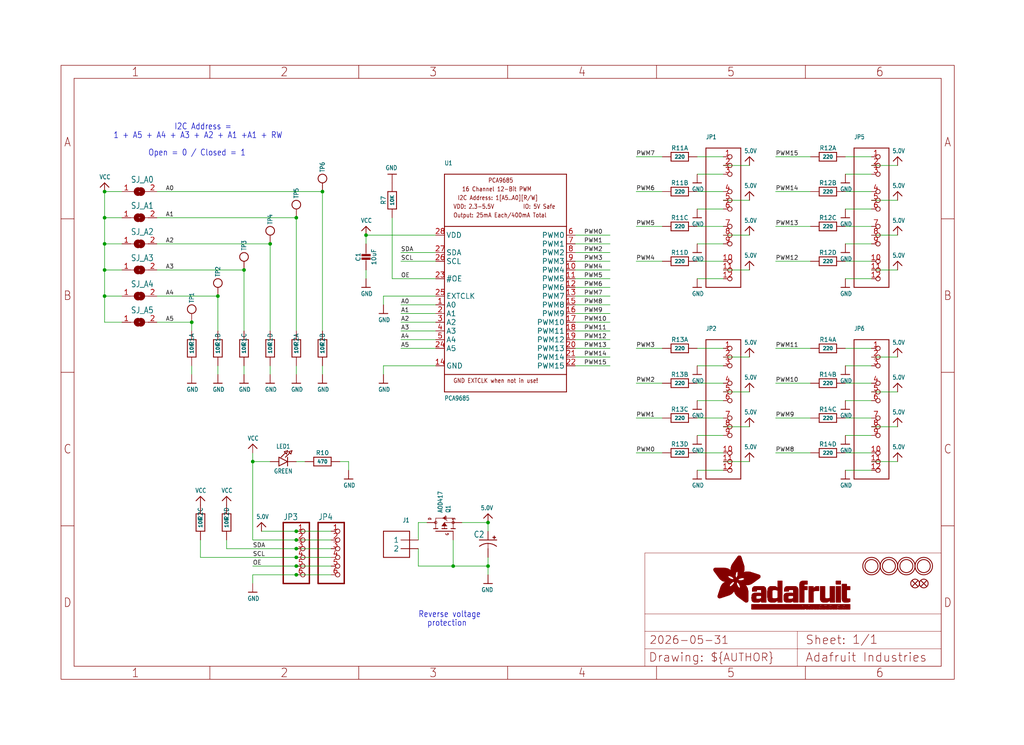
<source format=kicad_sch>
(kicad_sch (version 20250114) (generator "eeschema") (generator_version "9.0")
  (paper "User" 298.45 217.322)
  (lib_symbols
    (symbol "Adafruit PCA9685 rev C-eagle-import:5.0V" (power)
      (symbol "5.0V_1_0"
        (pin power_in line (at 0 -2.54 90) (length 2.54) (name "5.0V") (number "1"))
      )
    )
    (symbol "Adafruit PCA9685 rev C-eagle-import:CAP_CERAMIC0805-NOOUTLINE"
      (property "Reference" "C" (at -2.29 1.25 90))
      (symbol "CAP_CERAMIC0805-NOOUTLINE_1_0"
        (pin passive line (at 0 5.08 270) (length 2.54) (name "1") (number "1"))
        (pin passive line (at 0 -2.54 90) (length 2.54) (name "2") (number "2"))
      )
    )
    (symbol "Adafruit PCA9685 rev C-eagle-import:CPOL-USE3.5-8"
      (property "Reference" "C" (at 1.016 0.635 0))
      (symbol "CPOL-USE3.5-8_1_0"
        (pin passive line (at 0 2.54 270) (length 2.54) (name "+") (number "+"))
        (pin passive line (at 0 -5.08 90) (length 2.54) (name "-") (number "-"))
      )
    )
    (symbol "Adafruit PCA9685 rev C-eagle-import:FIDUCIAL{dblquote}{dblquote}")
    (symbol "Adafruit PCA9685 rev C-eagle-import:FRAME_A4_ADAFRUIT"
      (symbol "FRAME_A4_ADAFRUIT_1_0"
        (text "A" (at 1.905 156.6863 0) (effects (font (size 2.54 2.286))))
        (text "B" (at 1.905 111.9188 0) (effects (font (size 2.54 2.286))))
        (text "C" (at 1.905 67.1513 0) (effects (font (size 2.54 2.286))))
        (text "D" (at 1.905 22.3838 0) (effects (font (size 2.54 2.286))))
        (text "1" (at 21.6958 177.165 0) (effects (font (size 2.54 2.286))))
        (text "1" (at 21.6958 1.905 0) (effects (font (size 2.54 2.286))))
        (text "2" (at 65.0875 177.165 0) (effects (font (size 2.54 2.286))))
        (text "2" (at 65.0875 1.905 0) (effects (font (size 2.54 2.286))))
        (text "3" (at 108.4792 177.165 0) (effects (font (size 2.54 2.286))))
        (text "3" (at 108.4792 1.905 0) (effects (font (size 2.54 2.286))))
        (text "4" (at 151.8708 177.165 0) (effects (font (size 2.54 2.286))))
        (text "4" (at 151.8708 1.905 0) (effects (font (size 2.54 2.286))))
        (text "Drawing:" (at 171.196 4.953 0) (effects (font (size 2.54 2.54)) (justify left bottom)))
        (text "${PROJECTNAME}" (at 171.45 15.24 0) (effects (font (size 2.54 2.54)) (justify left bottom)))
        (text "${CURRENT_DATE}" (at 171.45 10.16 0) (effects (font (size 2.286 2.286)) (justify left bottom)))
        (text "${AUTHOR}" (at 189.23 5.08 0) (effects (font (size 2.286 2.286)) (justify left bottom)))
        (text "5" (at 195.2625 177.165 0) (effects (font (size 2.54 2.286))))
        (text "5" (at 195.2625 1.905 0) (effects (font (size 2.54 2.286))))
        (text "Sheet:" (at 216.916 10.033 0) (effects (font (size 2.54 2.54)) (justify left bottom)))
        (text "Adafruit Industries" (at 216.916 4.953 0) (effects (font (size 2.54 2.54)) (justify left bottom)))
        (text "${#}/${##}" (at 230.505 10.16 0) (effects (font (size 2.54 2.54)) (justify left bottom)))
        (text "6" (at 238.6542 177.165 0) (effects (font (size 2.54 2.286))))
        (text "6" (at 238.6542 1.905 0) (effects (font (size 2.54 2.286))))
        (text "A" (at 258.445 156.6863 0) (effects (font (size 2.54 2.286))))
        (text "B" (at 258.445 111.9188 0) (effects (font (size 2.54 2.286))))
        (text "C" (at 258.445 67.1513 0) (effects (font (size 2.54 2.286))))
        (text "D" (at 258.445 22.3838 0) (effects (font (size 2.54 2.286))))
      )
    )
    (symbol "Adafruit PCA9685 rev C-eagle-import:GND" (power)
      (symbol "GND_1_0"
        (pin power_in line (at 0 2.54 270) (length 2.54) (name "GND") (number "1"))
      )
    )
    (symbol "Adafruit PCA9685 rev C-eagle-import:HEADER-3X04"
      (property "Reference" "JP" (at -5.08 22.86 0))
      (symbol "HEADER-3X04_1_0"
        (pin passive inverted (at 0 17.78 0) (length 2.54) (name "1") (number "1"))
        (pin passive inverted (at 0 15.24 0) (length 2.54) (name "2") (number "2"))
        (pin passive inverted (at 0 12.7 0) (length 2.54) (name "3") (number "3"))
        (pin passive inverted (at 0 7.62 0) (length 2.54) (name "4") (number "4"))
        (pin passive inverted (at 0 5.08 0) (length 2.54) (name "5") (number "5"))
        (pin passive inverted (at 0 2.54 0) (length 2.54) (name "6") (number "6"))
        (pin passive inverted (at 0 -2.54 0) (length 2.54) (name "7") (number "7"))
        (pin passive inverted (at 0 -5.08 0) (length 2.54) (name "8") (number "8"))
        (pin passive inverted (at 0 -7.62 0) (length 2.54) (name "9") (number "9"))
        (pin passive inverted (at 0 -12.7 0) (length 2.54) (name "10") (number "10"))
        (pin passive inverted (at 0 -15.24 0) (length 2.54) (name "11") (number "11"))
        (pin passive inverted (at 0 -17.78 0) (length 2.54) (name "12") (number "12"))
      )
    )
    (symbol "Adafruit PCA9685 rev C-eagle-import:LED0805_NOOUTLINE"
      (property "Reference" "D" (at -1.27 4.445 0))
      (symbol "LED0805_NOOUTLINE_1_0"
        (pin passive line (at -5.08 0 0) (length 2.54) (name "A") (number "A"))
        (pin passive line (at 2.54 0 180) (length 2.54) (name "C") (number "C"))
      )
    )
    (symbol "Adafruit PCA9685 rev C-eagle-import:MOSFET-PTO252"
      (property "Reference" "Q" (at 2.794 0.381 0))
      (symbol "MOSFET-PTO252_1_0"
        (text "G" (at -3.81 1.27 0) (effects (font (size 0.8128 0.6908)) (justify left bottom)))
        (text "S" (at 0.635 3.175 0) (effects (font (size 0.8128 0.6908)) (justify left bottom)))
        (text "D" (at 0.635 -3.81 0) (effects (font (size 0.8128 0.6908)) (justify left bottom)))
        (pin passive line (at -5.08 2.54 0) (length 2.54) (name "G") (number "1"))
        (pin passive line (at 0 5.08 270) (length 2.54) (name "S") (number "2"))
        (pin passive line (at 0 -5.08 90) (length 2.54) (name "D") (number "3"))
      )
    )
    (symbol "Adafruit PCA9685 rev C-eagle-import:MOUNTINGHOLE2.5")
    (symbol "Adafruit PCA9685 rev C-eagle-import:PCA9685"
      (property "Reference" "U" (at -17.78 35.56 0))
      (symbol "PCA9685_1_0"
        (text "VDD: 2.3-5.5V" (at -15.24 22.86 0) (effects (font (size 1.27 1.0795)) (justify left bottom)))
        (text "Output: 25mA Each/400mA Total" (at -15.24 20.32 0) (effects (font (size 1.27 1.0795)) (justify left bottom)))
        (text "GND EXTCLK when not in use!" (at -15.24 -27.94 0) (effects (font (size 1.27 1.0795)) (justify left bottom)))
        (text "I2C Address: 1[A5..A0][R/W]" (at -13.97 25.4 0) (effects (font (size 1.27 1.0795)) (justify left bottom)))
        (text "16 Channel 12-Bit PWM" (at -12.7 27.94 0) (effects (font (size 1.27 1.0795)) (justify left bottom)))
        (text "PCA9685" (at -5.08 30.48 0) (effects (font (size 1.27 1.0795)) (justify left bottom)))
        (text "IO: 5V Safe" (at 5.08 22.86 0) (effects (font (size 1.27 1.0795)) (justify left bottom)))
        (pin power_in line (at -20.32 15.24 0) (length 2.54) (name "VDD") (number "28"))
        (pin bidirectional line (at -20.32 10.16 0) (length 2.54) (name "SDA") (number "27"))
        (pin bidirectional line (at -20.32 7.62 0) (length 2.54) (name "SCL") (number "26"))
        (pin input line (at -20.32 2.54 0) (length 2.54) (name "#OE") (number "23"))
        (pin input line (at -20.32 -2.54 0) (length 2.54) (name "EXTCLK") (number "25"))
        (pin bidirectional line (at -20.32 -5.08 0) (length 2.54) (name "A0") (number "1"))
        (pin bidirectional line (at -20.32 -7.62 0) (length 2.54) (name "A1") (number "2"))
        (pin bidirectional line (at -20.32 -10.16 0) (length 2.54) (name "A2") (number "3"))
        (pin bidirectional line (at -20.32 -12.7 0) (length 2.54) (name "A3") (number "4"))
        (pin bidirectional line (at -20.32 -15.24 0) (length 2.54) (name "A4") (number "5"))
        (pin bidirectional line (at -20.32 -17.78 0) (length 2.54) (name "A5") (number "24"))
        (pin power_in line (at -20.32 -22.86 0) (length 2.54) (name "GND") (number "14"))
        (pin output line (at 20.32 15.24 180) (length 2.54) (name "PWM0") (number "6"))
        (pin output line (at 20.32 12.7 180) (length 2.54) (name "PWM1") (number "7"))
        (pin output line (at 20.32 10.16 180) (length 2.54) (name "PWM2") (number "8"))
        (pin output line (at 20.32 7.62 180) (length 2.54) (name "PWM3") (number "9"))
        (pin output line (at 20.32 5.08 180) (length 2.54) (name "PWM4") (number "10"))
        (pin output line (at 20.32 2.54 180) (length 2.54) (name "PWM5") (number "11"))
        (pin output line (at 20.32 0 180) (length 2.54) (name "PWM6") (number "12"))
        (pin output line (at 20.32 -2.54 180) (length 2.54) (name "PWM7") (number "13"))
        (pin output line (at 20.32 -5.08 180) (length 2.54) (name "PWM8") (number "15"))
        (pin output line (at 20.32 -7.62 180) (length 2.54) (name "PWM9") (number "16"))
        (pin output line (at 20.32 -10.16 180) (length 2.54) (name "PWM10") (number "17"))
        (pin output line (at 20.32 -12.7 180) (length 2.54) (name "PWM11") (number "18"))
        (pin output line (at 20.32 -15.24 180) (length 2.54) (name "PWM12") (number "19"))
        (pin output line (at 20.32 -17.78 180) (length 2.54) (name "PWM13") (number "20"))
        (pin output line (at 20.32 -20.32 180) (length 2.54) (name "PWM14") (number "21"))
        (pin output line (at 20.32 -22.86 180) (length 2.54) (name "PWM15") (number "22"))
      )
    )
    (symbol "Adafruit PCA9685 rev C-eagle-import:PINHD-1X6CB"
      (property "Reference" "JP" (at -6.35 10.795 0))
      (symbol "PINHD-1X6CB_1_0"
        (pin passive inverted (at -2.54 7.62 0) (length 2.54) (name "1") (number "1"))
        (pin passive inverted (at -2.54 5.08 0) (length 2.54) (name "2") (number "2"))
        (pin passive inverted (at -2.54 2.54 0) (length 2.54) (name "3") (number "3"))
        (pin passive inverted (at -2.54 0 0) (length 2.54) (name "4") (number "4"))
        (pin passive inverted (at -2.54 -2.54 0) (length 2.54) (name "5") (number "5"))
        (pin passive inverted (at -2.54 -5.08 0) (length 2.54) (name "6") (number "6"))
      )
    )
    (symbol "Adafruit PCA9685 rev C-eagle-import:RESISTOR0805_NOOUTLINE"
      (property "Reference" "R" (at 0 2.54 0))
      (symbol "RESISTOR0805_NOOUTLINE_1_0"
        (pin passive line (at -5.08 0 0) (length 2.54) (name "1") (number "1"))
        (pin passive line (at 5.08 0 180) (length 2.54) (name "2") (number "2"))
      )
    )
    (symbol "Adafruit PCA9685 rev C-eagle-import:RESISTOR_0805MP"
      (property "Reference" "R" (at 0 2.54 0))
      (symbol "RESISTOR_0805MP_1_0"
        (pin passive line (at -5.08 0 0) (length 2.54) (name "1") (number "1"))
        (pin passive line (at 5.08 0 180) (length 2.54) (name "2") (number "2"))
      )
    )
    (symbol "Adafruit PCA9685 rev C-eagle-import:RESISTOR_4PACK"
      (property "Reference" "R" (at 0 2.54 0))
      (symbol "RESISTOR_4PACK_1_0"
        (pin passive line (at -5.08 0 0) (length 2.54) (name "1") (number "1"))
        (pin passive line (at 5.08 0 180) (length 2.54) (name "2") (number "8"))
      )
      (symbol "RESISTOR_4PACK_2_0"
        (pin passive line (at -5.08 0 0) (length 2.54) (name "1") (number "2"))
        (pin passive line (at 5.08 0 180) (length 2.54) (name "2") (number "7"))
      )
      (symbol "RESISTOR_4PACK_3_0"
        (pin passive line (at -5.08 0 0) (length 2.54) (name "1") (number "3"))
        (pin passive line (at 5.08 0 180) (length 2.54) (name "2") (number "6"))
      )
      (symbol "RESISTOR_4PACK_4_0"
        (pin passive line (at -5.08 0 0) (length 2.54) (name "1") (number "4"))
        (pin passive line (at 5.08 0 180) (length 2.54) (name "2") (number "5"))
      )
    )
    (symbol "Adafruit PCA9685 rev C-eagle-import:SOLDERJUMPERREFLOW_NOPASTE"
      (property "Reference" "SJ" (at -2.54 2.54 0))
      (symbol "SOLDERJUMPERREFLOW_NOPASTE_1_0"
        (pin passive line (at -5.08 0 0) (length 2.54) (name "1") (number "1"))
        (pin passive line (at 5.08 0 180) (length 2.54) (name "2") (number "2"))
      )
    )
    (symbol "Adafruit PCA9685 rev C-eagle-import:TERMBLOCK_1X2"
      (property "Reference" "X" (at -2.54 7.62 0))
      (symbol "TERMBLOCK_1X2_1_0"
        (pin passive line (at -5.08 2.54 0) (length 5.08) (name "1") (number "1"))
        (pin passive line (at -5.08 0 0) (length 5.08) (name "2") (number "2"))
      )
    )
    (symbol "Adafruit PCA9685 rev C-eagle-import:TESTPOINTROUND1MM"
      (property "Reference" "TP" (at 0 5.588 90))
      (symbol "TESTPOINTROUND1MM_1_0"
        (pin bidirectional line (at 0 0 90) (length 2.54) (name "P$1") (number "P$1"))
      )
    )
    (symbol "Adafruit PCA9685 rev C-eagle-import:VCC" (power)
      (symbol "VCC_1_0"
        (pin power_in line (at 0 -2.54 90) (length 2.54) (name "VCC") (number "1"))
      )
    )
  )
  (text "I2C Address =" (at 50.8 38.1 0) (effects (font (size 1.778 1.5113)) (justify left bottom)))
  (text "Open = 0 / Closed = 1" (at 43.18 45.72 0) (effects (font (size 1.778 1.5113)) (justify left bottom)))
  (text "1 + A5 + A4 + A3 + A2 + A1 +A1 + RW" (at 33.02 40.64 0) (effects (font (size 1.778 1.5113)) (justify left bottom)))
  (text "protection" (at 124.46 182.88 0) (effects (font (size 1.778 1.5113)) (justify left bottom)))
  (text "Reverse voltage" (at 121.92 180.34 0) (effects (font (size 1.778 1.5113)) (justify left bottom)))
  (junction (at 106.68 68.58))
  (junction (at 30.48 86.36))
  (junction (at 78.74 71.12))
  (junction (at 142.24 165.1))
  (junction (at 73.66 134.62))
  (junction (at 63.5 86.36))
  (junction (at 30.48 63.5))
  (junction (at 71.12 78.74))
  (junction (at 55.88 93.98))
  (junction (at 86.36 162.56))
  (junction (at 86.36 154.94))
  (junction (at 30.48 71.12))
  (junction (at 30.48 55.88))
  (junction (at 86.36 165.1))
  (junction (at 86.36 160.02))
  (junction (at 132.08 165.1))
  (junction (at 86.36 167.64))
  (junction (at 142.24 152.4))
  (junction (at 93.98 55.88))
  (junction (at 86.36 157.48))
  (junction (at 86.36 63.5))
  (junction (at 30.48 78.74))
  (wire (pts (xy 193.04 132.08) (xy 185.42 132.08)) (stroke (width 0.1524)))
  (wire (pts (xy 246.38 66.04) (xy 254 66.04)) (stroke (width 0.1524)))
  (wire (pts (xy 127 86.36) (xy 111.76 86.36)) (stroke (width 0.1524)))
  (wire (pts (xy 254 60.96) (xy 246.38 60.96)) (stroke (width 0.1524)))
  (wire (pts (xy 30.48 63.5) (xy 30.48 55.88)) (stroke (width 0.1524)))
  (wire (pts (xy 210.82 134.62) (xy 218.44 134.62)) (stroke (width 0.1524)))
  (wire (pts (xy 111.76 86.36) (xy 111.76 88.9)) (stroke (width 0.1524)))
  (wire (pts (xy 71.12 78.74) (xy 71.12 96.52)) (stroke (width 0.1524)))
  (wire (pts (xy 78.74 71.12) (xy 78.74 96.52)) (stroke (width 0.1524)))
  (wire (pts (xy 210.82 106.68) (xy 203.2 106.68)) (stroke (width 0.1524)))
  (wire (pts (xy 142.24 165.1) (xy 142.24 167.64)) (stroke (width 0.1524)))
  (wire (pts (xy 210.82 71.12) (xy 203.2 71.12)) (stroke (width 0.1524)))
  (wire (pts (xy 30.48 86.36) (xy 30.48 78.74)) (stroke (width 0.1524)))
  (wire (pts (xy 167.64 106.68) (xy 177.8 106.68)) (stroke (width 0.1524)))
  (wire (pts (xy 30.48 93.98) (xy 30.48 86.36)) (stroke (width 0.1524)))
  (wire (pts (xy 210.82 58.42) (xy 218.44 58.42)) (stroke (width 0.1524)))
  (wire (pts (xy 86.36 134.62) (xy 88.9 134.62)) (stroke (width 0.1524)))
  (wire (pts (xy 246.38 101.6) (xy 254 101.6)) (stroke (width 0.1524)))
  (wire (pts (xy 73.66 167.64) (xy 73.66 170.18)) (stroke (width 0.1524)))
  (wire (pts (xy 246.38 55.88) (xy 254 55.88)) (stroke (width 0.1524)))
  (wire (pts (xy 193.04 111.76) (xy 185.42 111.76)) (stroke (width 0.1524)))
  (wire (pts (xy 167.64 78.74) (xy 177.8 78.74)) (stroke (width 0.1524)))
  (wire (pts (xy 76.2 154.94) (xy 86.36 154.94)) (stroke (width 0.1524)))
  (wire (pts (xy 96.52 162.56) (xy 86.36 162.56)) (stroke (width 0.1524)))
  (wire (pts (xy 35.56 55.88) (xy 30.48 55.88)) (stroke (width 0.1524)))
  (wire (pts (xy 203.2 55.88) (xy 210.82 55.88)) (stroke (width 0.1524)))
  (wire (pts (xy 167.64 83.82) (xy 177.8 83.82)) (stroke (width 0.1524)))
  (wire (pts (xy 35.56 63.5) (xy 30.48 63.5)) (stroke (width 0.1524)))
  (wire (pts (xy 185.42 55.88) (xy 193.04 55.88)) (stroke (width 0.1524)))
  (wire (pts (xy 167.64 68.58) (xy 177.8 68.58)) (stroke (width 0.1524)))
  (wire (pts (xy 58.42 162.56) (xy 58.42 157.48)) (stroke (width 0.1524)))
  (wire (pts (xy 254 78.74) (xy 261.62 78.74)) (stroke (width 0.1524)))
  (wire (pts (xy 203.2 111.76) (xy 210.82 111.76)) (stroke (width 0.1524)))
  (wire (pts (xy 127 91.44) (xy 116.84 91.44)) (stroke (width 0.1524)))
  (wire (pts (xy 254 137.16) (xy 246.38 137.16)) (stroke (width 0.1524)))
  (wire (pts (xy 86.36 160.02) (xy 66.04 160.02)) (stroke (width 0.1524)))
  (wire (pts (xy 167.64 86.36) (xy 177.8 86.36)) (stroke (width 0.1524)))
  (wire (pts (xy 210.82 104.14) (xy 218.44 104.14)) (stroke (width 0.1524)))
  (wire (pts (xy 236.22 101.6) (xy 226.06 101.6)) (stroke (width 0.1524)))
  (wire (pts (xy 101.6 134.62) (xy 101.6 137.16)) (stroke (width 0.1524)))
  (wire (pts (xy 193.04 76.2) (xy 185.42 76.2)) (stroke (width 0.1524)))
  (wire (pts (xy 167.64 71.12) (xy 177.8 71.12)) (stroke (width 0.1524)))
  (wire (pts (xy 167.64 81.28) (xy 177.8 81.28)) (stroke (width 0.1524)))
  (wire (pts (xy 86.36 106.68) (xy 86.36 109.22)) (stroke (width 0.1524)))
  (wire (pts (xy 55.88 106.68) (xy 55.88 109.22)) (stroke (width 0.1524)))
  (wire (pts (xy 254 127) (xy 246.38 127)) (stroke (width 0.1524)))
  (wire (pts (xy 93.98 106.68) (xy 93.98 109.22)) (stroke (width 0.1524)))
  (wire (pts (xy 254 48.26) (xy 261.62 48.26)) (stroke (width 0.1524)))
  (wire (pts (xy 127 88.9) (xy 116.84 88.9)) (stroke (width 0.1524)))
  (wire (pts (xy 96.52 157.48) (xy 86.36 157.48)) (stroke (width 0.1524)))
  (wire (pts (xy 210.82 116.84) (xy 203.2 116.84)) (stroke (width 0.1524)))
  (wire (pts (xy 210.82 81.28) (xy 203.2 81.28)) (stroke (width 0.1524)))
  (wire (pts (xy 236.22 111.76) (xy 226.06 111.76)) (stroke (width 0.1524)))
  (wire (pts (xy 246.38 132.08) (xy 254 132.08)) (stroke (width 0.1524)))
  (wire (pts (xy 86.36 157.48) (xy 73.66 157.48)) (stroke (width 0.1524)))
  (wire (pts (xy 127 76.2) (xy 116.84 76.2)) (stroke (width 0.1524)))
  (wire (pts (xy 167.64 73.66) (xy 177.8 73.66)) (stroke (width 0.1524)))
  (wire (pts (xy 73.66 134.62) (xy 78.74 134.62)) (stroke (width 0.1524)))
  (wire (pts (xy 66.04 160.02) (xy 66.04 157.48)) (stroke (width 0.1524)))
  (wire (pts (xy 203.2 76.2) (xy 210.82 76.2)) (stroke (width 0.1524)))
  (wire (pts (xy 254 104.14) (xy 261.62 104.14)) (stroke (width 0.1524)))
  (wire (pts (xy 63.5 106.68) (xy 63.5 109.22)) (stroke (width 0.1524)))
  (wire (pts (xy 254 50.8) (xy 246.38 50.8)) (stroke (width 0.1524)))
  (wire (pts (xy 193.04 101.6) (xy 185.42 101.6)) (stroke (width 0.1524)))
  (wire (pts (xy 106.68 68.58) (xy 127 68.58)) (stroke (width 0.1524)))
  (wire (pts (xy 86.36 167.64) (xy 73.66 167.64)) (stroke (width 0.1524)))
  (wire (pts (xy 55.88 93.98) (xy 55.88 96.52)) (stroke (width 0.1524)))
  (wire (pts (xy 86.36 162.56) (xy 58.42 162.56)) (stroke (width 0.1524)))
  (wire (pts (xy 210.82 127) (xy 203.2 127)) (stroke (width 0.1524)))
  (wire (pts (xy 210.82 60.96) (xy 203.2 60.96)) (stroke (width 0.1524)))
  (wire (pts (xy 30.48 71.12) (xy 30.48 63.5)) (stroke (width 0.1524)))
  (wire (pts (xy 45.72 71.12) (xy 78.74 71.12)) (stroke (width 0.1524)))
  (wire (pts (xy 127 106.68) (xy 111.76 106.68)) (stroke (width 0.1524)))
  (wire (pts (xy 210.82 124.46) (xy 218.44 124.46)) (stroke (width 0.1524)))
  (wire (pts (xy 45.72 93.98) (xy 55.88 93.98)) (stroke (width 0.1524)))
  (wire (pts (xy 167.64 88.9) (xy 177.8 88.9)) (stroke (width 0.1524)))
  (wire (pts (xy 127 101.6) (xy 116.84 101.6)) (stroke (width 0.1524)))
  (wire (pts (xy 167.64 93.98) (xy 177.8 93.98)) (stroke (width 0.1524)))
  (wire (pts (xy 71.12 106.68) (xy 71.12 109.22)) (stroke (width 0.1524)))
  (wire (pts (xy 132.08 165.1) (xy 121.92 165.1)) (stroke (width 0.1524)))
  (wire (pts (xy 203.2 101.6) (xy 210.82 101.6)) (stroke (width 0.1524)))
  (wire (pts (xy 236.22 66.04) (xy 226.06 66.04)) (stroke (width 0.1524)))
  (wire (pts (xy 142.24 162.56) (xy 142.24 165.1)) (stroke (width 0.1524)))
  (wire (pts (xy 111.76 106.68) (xy 111.76 109.22)) (stroke (width 0.1524)))
  (wire (pts (xy 254 81.28) (xy 246.38 81.28)) (stroke (width 0.1524)))
  (wire (pts (xy 254 58.42) (xy 261.62 58.42)) (stroke (width 0.1524)))
  (wire (pts (xy 127 73.66) (xy 116.84 73.66)) (stroke (width 0.1524)))
  (wire (pts (xy 86.36 165.1) (xy 73.66 165.1)) (stroke (width 0.1524)))
  (wire (pts (xy 254 68.58) (xy 261.62 68.58)) (stroke (width 0.1524)))
  (wire (pts (xy 86.36 154.94) (xy 96.52 154.94)) (stroke (width 0.1524)))
  (wire (pts (xy 45.72 78.74) (xy 71.12 78.74)) (stroke (width 0.1524)))
  (wire (pts (xy 254 106.68) (xy 246.38 106.68)) (stroke (width 0.1524)))
  (wire (pts (xy 167.64 104.14) (xy 177.8 104.14)) (stroke (width 0.1524)))
  (wire (pts (xy 142.24 165.1) (xy 132.08 165.1)) (stroke (width 0.1524)))
  (wire (pts (xy 246.38 121.92) (xy 254 121.92)) (stroke (width 0.1524)))
  (wire (pts (xy 210.82 68.58) (xy 218.44 68.58)) (stroke (width 0.1524)))
  (wire (pts (xy 167.64 101.6) (xy 177.8 101.6)) (stroke (width 0.1524)))
  (wire (pts (xy 236.22 76.2) (xy 226.06 76.2)) (stroke (width 0.1524)))
  (wire (pts (xy 167.64 76.2) (xy 177.8 76.2)) (stroke (width 0.1524)))
  (wire (pts (xy 210.82 48.26) (xy 218.44 48.26)) (stroke (width 0.1524)))
  (wire (pts (xy 73.66 157.48) (xy 73.66 134.62)) (stroke (width 0.1524)))
  (wire (pts (xy 30.48 78.74) (xy 30.48 71.12)) (stroke (width 0.1524)))
  (wire (pts (xy 96.52 160.02) (xy 86.36 160.02)) (stroke (width 0.1524)))
  (wire (pts (xy 254 71.12) (xy 246.38 71.12)) (stroke (width 0.1524)))
  (wire (pts (xy 127 93.98) (xy 116.84 93.98)) (stroke (width 0.1524)))
  (wire (pts (xy 134.62 152.4) (xy 142.24 152.4)) (stroke (width 0.1524)))
  (wire (pts (xy 99.06 134.62) (xy 101.6 134.62)) (stroke (width 0.1524)))
  (wire (pts (xy 45.72 55.88) (xy 93.98 55.88)) (stroke (width 0.1524)))
  (wire (pts (xy 236.22 121.92) (xy 226.06 121.92)) (stroke (width 0.1524)))
  (wire (pts (xy 63.5 86.36) (xy 63.5 96.52)) (stroke (width 0.1524)))
  (wire (pts (xy 121.92 152.4) (xy 121.92 157.48)) (stroke (width 0.1524)))
  (wire (pts (xy 35.56 78.74) (xy 30.48 78.74)) (stroke (width 0.1524)))
  (wire (pts (xy 246.38 45.72) (xy 254 45.72)) (stroke (width 0.1524)))
  (wire (pts (xy 254 114.3) (xy 261.62 114.3)) (stroke (width 0.1524)))
  (wire (pts (xy 203.2 45.72) (xy 210.82 45.72)) (stroke (width 0.1524)))
  (wire (pts (xy 35.56 71.12) (xy 30.48 71.12)) (stroke (width 0.1524)))
  (wire (pts (xy 246.38 111.76) (xy 254 111.76)) (stroke (width 0.1524)))
  (wire (pts (xy 203.2 121.92) (xy 210.82 121.92)) (stroke (width 0.1524)))
  (wire (pts (xy 73.66 134.62) (xy 73.66 132.08)) (stroke (width 0.1524)))
  (wire (pts (xy 246.38 76.2) (xy 254 76.2)) (stroke (width 0.1524)))
  (wire (pts (xy 193.04 45.72) (xy 185.42 45.72)) (stroke (width 0.1524)))
  (wire (pts (xy 132.08 157.48) (xy 132.08 165.1)) (stroke (width 0.1524)))
  (wire (pts (xy 210.82 137.16) (xy 203.2 137.16)) (stroke (width 0.1524)))
  (wire (pts (xy 193.04 66.04) (xy 185.42 66.04)) (stroke (width 0.1524)))
  (wire (pts (xy 127 99.06) (xy 116.84 99.06)) (stroke (width 0.1524)))
  (wire (pts (xy 106.68 68.58) (xy 106.68 71.12)) (stroke (width 0.1524)))
  (wire (pts (xy 45.72 86.36) (xy 63.5 86.36)) (stroke (width 0.1524)))
  (wire (pts (xy 167.64 96.52) (xy 177.8 96.52)) (stroke (width 0.1524)))
  (wire (pts (xy 35.56 93.98) (xy 30.48 93.98)) (stroke (width 0.1524)))
  (wire (pts (xy 96.52 165.1) (xy 86.36 165.1)) (stroke (width 0.1524)))
  (wire (pts (xy 254 116.84) (xy 246.38 116.84)) (stroke (width 0.1524)))
  (wire (pts (xy 86.36 63.5) (xy 86.36 96.52)) (stroke (width 0.1524)))
  (wire (pts (xy 35.56 86.36) (xy 30.48 86.36)) (stroke (width 0.1524)))
  (wire (pts (xy 193.04 121.92) (xy 185.42 121.92)) (stroke (width 0.1524)))
  (wire (pts (xy 236.22 45.72) (xy 226.06 45.72)) (stroke (width 0.1524)))
  (wire (pts (xy 78.74 106.68) (xy 78.74 109.22)) (stroke (width 0.1524)))
  (wire (pts (xy 127 81.28) (xy 114.3 81.28)) (stroke (width 0.1524)))
  (wire (pts (xy 114.3 81.28) (xy 114.3 63.5)) (stroke (width 0.1524)))
  (wire (pts (xy 93.98 55.88) (xy 93.98 96.52)) (stroke (width 0.1524)))
  (wire (pts (xy 203.2 66.04) (xy 210.82 66.04)) (stroke (width 0.1524)))
  (wire (pts (xy 167.64 91.44) (xy 177.8 91.44)) (stroke (width 0.1524)))
  (wire (pts (xy 127 96.52) (xy 116.84 96.52)) (stroke (width 0.1524)))
  (wire (pts (xy 210.82 78.74) (xy 218.44 78.74)) (stroke (width 0.1524)))
  (wire (pts (xy 254 134.62) (xy 261.62 134.62)) (stroke (width 0.1524)))
  (wire (pts (xy 124.46 152.4) (xy 121.92 152.4)) (stroke (width 0.1524)))
  (wire (pts (xy 236.22 55.88) (xy 226.06 55.88)) (stroke (width 0.1524)))
  (wire (pts (xy 254 124.46) (xy 261.62 124.46)) (stroke (width 0.1524)))
  (wire (pts (xy 121.92 165.1) (xy 121.92 160.02)) (stroke (width 0.1524)))
  (wire (pts (xy 210.82 114.3) (xy 218.44 114.3)) (stroke (width 0.1524)))
  (wire (pts (xy 106.68 78.74) (xy 106.68 81.28)) (stroke (width 0.1524)))
  (wire (pts (xy 142.24 152.4) (xy 142.24 154.94)) (stroke (width 0.1524)))
  (wire (pts (xy 96.52 167.64) (xy 86.36 167.64)) (stroke (width 0.1524)))
  (wire (pts (xy 167.64 99.06) (xy 177.8 99.06)) (stroke (width 0.1524)))
  (wire (pts (xy 210.82 50.8) (xy 203.2 50.8)) (stroke (width 0.1524)))
  (wire (pts (xy 45.72 63.5) (xy 86.36 63.5)) (stroke (width 0.1524)))
  (wire (pts (xy 236.22 132.08) (xy 226.06 132.08)) (stroke (width 0.1524)))
  (wire (pts (xy 203.2 132.08) (xy 210.82 132.08)) (stroke (width 0.1524)))
  (label "A3" (at 48.26 78.74 0) (effects (font (size 1.2446 1.2446))))
  (label "PWM0" (at 185.42 132.08 0) (effects (font (size 1.2446 1.2446))))
  (label "PWM7" (at 185.42 45.72 0) (effects (font (size 1.2446 1.2446))))
  (label "A0" (at 116.84 88.9 0) (effects (font (size 1.2446 1.2446))))
  (label "A3" (at 116.84 96.52 0) (effects (font (size 1.2446 1.2446))))
  (label "PWM3" (at 170.18 76.2 0) (effects (font (size 1.2446 1.2446))))
  (label "PWM10" (at 226.06 111.76 0) (effects (font (size 1.2446 1.2446))))
  (label "PWM6" (at 170.18 83.82 0) (effects (font (size 1.2446 1.2446))))
  (label "SDA" (at 73.66 160.02 0) (effects (font (size 1.2446 1.2446))))
  (label "A2" (at 48.26 71.12 0) (effects (font (size 1.2446 1.2446))))
  (label "PWM2" (at 170.18 73.66 0) (effects (font (size 1.2446 1.2446))))
  (label "PWM4" (at 170.18 78.74 0) (effects (font (size 1.2446 1.2446))))
  (label "PWM0" (at 170.18 68.58 0) (effects (font (size 1.2446 1.2446))))
  (label "PWM10" (at 170.18 93.98 0) (effects (font (size 1.2446 1.2446))))
  (label "PWM15" (at 226.06 45.72 0) (effects (font (size 1.2446 1.2446))))
  (label "A0" (at 48.26 55.88 0) (effects (font (size 1.2446 1.2446))))
  (label "PWM5" (at 170.18 81.28 0) (effects (font (size 1.2446 1.2446))))
  (label "PWM11" (at 226.06 101.6 0) (effects (font (size 1.2446 1.2446))))
  (label "PWM5" (at 185.42 66.04 0) (effects (font (size 1.2446 1.2446))))
  (label "PWM15" (at 170.18 106.68 0) (effects (font (size 1.2446 1.2446))))
  (label "PWM3" (at 185.42 101.6 0) (effects (font (size 1.2446 1.2446))))
  (label "PWM13" (at 170.18 101.6 0) (effects (font (size 1.2446 1.2446))))
  (label "OE" (at 116.84 81.28 0) (effects (font (size 1.2446 1.2446))))
  (label "PWM8" (at 226.06 132.08 0) (effects (font (size 1.2446 1.2446))))
  (label "PWM6" (at 185.42 55.88 0) (effects (font (size 1.2446 1.2446))))
  (label "A5" (at 116.84 101.6 0) (effects (font (size 1.2446 1.2446))))
  (label "PWM14" (at 226.06 55.88 0) (effects (font (size 1.2446 1.2446))))
  (label "PWM11" (at 170.18 96.52 0) (effects (font (size 1.2446 1.2446))))
  (label "PWM7" (at 170.18 86.36 0) (effects (font (size 1.2446 1.2446))))
  (label "PWM12" (at 170.18 99.06 0) (effects (font (size 1.2446 1.2446))))
  (label "PWM1" (at 170.18 71.12 0) (effects (font (size 1.2446 1.2446))))
  (label "PWM12" (at 226.06 76.2 0) (effects (font (size 1.2446 1.2446))))
  (label "SCL" (at 116.84 76.2 0) (effects (font (size 1.2446 1.2446))))
  (label "PWM8" (at 170.18 88.9 0) (effects (font (size 1.2446 1.2446))))
  (label "A4" (at 48.26 86.36 0) (effects (font (size 1.2446 1.2446))))
  (label "A1" (at 116.84 91.44 0) (effects (font (size 1.2446 1.2446))))
  (label "A4" (at 116.84 99.06 0) (effects (font (size 1.2446 1.2446))))
  (label "PWM1" (at 185.42 121.92 0) (effects (font (size 1.2446 1.2446))))
  (label "SDA" (at 116.84 73.66 0) (effects (font (size 1.2446 1.2446))))
  (label "A2" (at 116.84 93.98 0) (effects (font (size 1.2446 1.2446))))
  (label "SCL" (at 73.66 162.56 0) (effects (font (size 1.2446 1.2446))))
  (label "A1" (at 48.26 63.5 0) (effects (font (size 1.2446 1.2446))))
  (label "PWM9" (at 170.18 91.44 0) (effects (font (size 1.2446 1.2446))))
  (label "PWM13" (at 226.06 66.04 0) (effects (font (size 1.2446 1.2446))))
  (label "PWM2" (at 185.42 111.76 0) (effects (font (size 1.2446 1.2446))))
  (label "PWM9" (at 226.06 121.92 0) (effects (font (size 1.2446 1.2446))))
  (label "A5" (at 48.26 93.98 0) (effects (font (size 1.2446 1.2446))))
  (label "PWM4" (at 185.42 76.2 0) (effects (font (size 1.2446 1.2446))))
  (label "PWM14" (at 170.18 104.14 0) (effects (font (size 1.2446 1.2446))))
  (label "OE" (at 73.66 165.1 0) (effects (font (size 1.2446 1.2446))))
  (symbol (lib_id "Adafruit PCA9685 rev C-eagle-import:HEADER-3X04") (at 210.82 119.38 0) (unit 1)
    (property "Reference" "JP2" (at 205.74 96.52 0) (effects (font (size 1.27 1.0795)) (justify left bottom)))
    (property "Value" "HEADER-3X04" (effects (hide yes)))
    (property "Footprint" "Adafruit PCA9685 rev C:3X04" (effects (hide yes)))
  )
  (symbol (lib_id "Adafruit PCA9685 rev C-eagle-import:FRAME_A4_ADAFRUIT") (at 17.78 198.12 0) (unit 1)
    (property "Reference" "#U$1" (effects (hide yes)))
    (property "Value" "FRAME_A4_ADAFRUIT" (effects (hide yes)))
  )
  (symbol (lib_id "Adafruit PCA9685 rev C-eagle-import:RESISTOR_4PACK") (at 241.3 121.92 0) (unit 3)
    (property "Reference" "R14" (at 241.3 119.38 0))
    (property "Value" "220" (at 241.3 121.92 0) (effects (font (size 1.016 1.016) (thickness 0.2032) (bold yes))))
    (property "Footprint" "Adafruit PCA9685 rev C:RESPACK_4X0603" (effects (hide yes)))
  )
  (symbol (lib_id "Adafruit PCA9685 rev C-eagle-import:RESISTOR_4PACK") (at 55.88 101.6 90) (unit 1)
    (property "Reference" "R1" (at 55.88 99.06 0))
    (property "Value" "10K" (at 55.88 101.6 0) (effects (font (size 1.016 1.016) (thickness 0.2032) (bold yes))))
    (property "Footprint" "Adafruit PCA9685 rev C:RESPACK_4X0603" (effects (hide yes)))
  )
  (symbol (lib_id "Adafruit PCA9685 rev C-eagle-import:5.0V") (at 218.44 101.6 0) (unit 1)
    (property "Reference" "#U$6" (effects (hide yes)))
    (property "Value" "5.0V" (at 216.916 100.584 0) (effects (font (size 1.27 1.0795)) (justify left bottom)))
  )
  (symbol (lib_id "Adafruit PCA9685 rev C-eagle-import:RESISTOR_4PACK") (at 198.12 132.08 0) (unit 4)
    (property "Reference" "R13" (at 198.12 129.54 0))
    (property "Value" "220" (at 198.12 132.08 0) (effects (font (size 1.016 1.016) (thickness 0.2032) (bold yes))))
    (property "Footprint" "Adafruit PCA9685 rev C:RESPACK_4X0603" (effects (hide yes)))
  )
  (symbol (lib_id "Adafruit PCA9685 rev C-eagle-import:GND") (at 111.76 91.44 0) (unit 1)
    (property "Reference" "#U$34" (effects (hide yes)))
    (property "Value" "GND" (at 110.236 93.98 0) (effects (font (size 1.27 1.0795)) (justify left bottom)))
  )
  (symbol (lib_id "Adafruit PCA9685 rev C-eagle-import:RESISTOR_4PACK") (at 63.5 101.6 90) (unit 2)
    (property "Reference" "R1" (at 63.5 99.06 0))
    (property "Value" "10K" (at 63.5 101.6 0) (effects (font (size 1.016 1.016) (thickness 0.2032) (bold yes))))
    (property "Footprint" "Adafruit PCA9685 rev C:RESPACK_4X0603" (effects (hide yes)))
  )
  (symbol (lib_id "Adafruit PCA9685 rev C-eagle-import:5.0V") (at 261.62 66.04 0) (unit 1)
    (property "Reference" "#U$12" (effects (hide yes)))
    (property "Value" "5.0V" (at 260.096 65.024 0) (effects (font (size 1.27 1.0795)) (justify left bottom)))
  )
  (symbol (lib_id "Adafruit PCA9685 rev C-eagle-import:5.0V") (at 218.44 55.88 0) (unit 1)
    (property "Reference" "#U$3" (effects (hide yes)))
    (property "Value" "5.0V" (at 216.916 54.864 0) (effects (font (size 1.27 1.0795)) (justify left bottom)))
  )
  (symbol (lib_id "Adafruit PCA9685 rev C-eagle-import:HEADER-3X04") (at 210.82 63.5 0) (unit 1)
    (property "Reference" "JP1" (at 205.74 40.64 0) (effects (font (size 1.27 1.0795)) (justify left bottom)))
    (property "Value" "HEADER-3X04" (effects (hide yes)))
    (property "Footprint" "Adafruit PCA9685 rev C:3X04" (effects (hide yes)))
  )
  (symbol (lib_id "Adafruit PCA9685 rev C-eagle-import:GND") (at 93.98 111.76 0) (unit 1)
    (property "Reference" "#U$41" (effects (hide yes)))
    (property "Value" "GND" (at 92.456 114.3 0) (effects (font (size 1.27 1.0795)) (justify left bottom)))
  )
  (symbol (lib_id "Adafruit PCA9685 rev C-eagle-import:HEADER-3X04") (at 254 119.38 0) (unit 1)
    (property "Reference" "JP6" (at 248.92 96.52 0) (effects (font (size 1.27 1.0795)) (justify left bottom)))
    (property "Value" "HEADER-3X04" (effects (hide yes)))
    (property "Footprint" "Adafruit PCA9685 rev C:3X04" (effects (hide yes)))
  )
  (symbol (lib_id "Adafruit PCA9685 rev C-eagle-import:GND") (at 246.38 129.54 0) (unit 1)
    (property "Reference" "#U$25" (effects (hide yes)))
    (property "Value" "GND" (at 244.856 132.08 0) (effects (font (size 1.27 1.0795)) (justify left bottom)))
  )
  (symbol (lib_id "Adafruit PCA9685 rev C-eagle-import:TESTPOINTROUND1MM") (at 63.5 86.36 0) (unit 1)
    (property "Reference" "TP2" (at 63.5 80.772 90) (effects (font (size 1.27 1.0795)) (justify left)))
    (property "Value" "TESTPOINTROUND1MM" (effects (hide yes)))
    (property "Footprint" "Adafruit PCA9685 rev C:TESTPOINT_ROUND_1MM" (effects (hide yes)))
  )
  (symbol (lib_id "Adafruit PCA9685 rev C-eagle-import:SOLDERJUMPERREFLOW_NOPASTE") (at 40.64 86.36 0) (unit 1)
    (property "Reference" "SJ_A4" (at 38.1 83.82 0) (effects (font (size 1.778 1.5113)) (justify left bottom)))
    (property "Value" "SOLDERJUMPERREFLOW_NOPASTE" (effects (hide yes)))
    (property "Footprint" "Adafruit PCA9685 rev C:SOLDERJUMPER_REFLOW_NOPASTE" (effects (hide yes)))
  )
  (symbol (lib_id "Adafruit PCA9685 rev C-eagle-import:GND") (at 203.2 73.66 0) (unit 1)
    (property "Reference" "#U$20" (effects (hide yes)))
    (property "Value" "GND" (at 201.676 76.2 0) (effects (font (size 1.27 1.0795)) (justify left bottom)))
  )
  (symbol (lib_id "Adafruit PCA9685 rev C-eagle-import:GND") (at 111.76 111.76 0) (unit 1)
    (property "Reference" "#U$35" (effects (hide yes)))
    (property "Value" "GND" (at 110.236 114.3 0) (effects (font (size 1.27 1.0795)) (justify left bottom)))
  )
  (symbol (lib_id "Adafruit PCA9685 rev C-eagle-import:RESISTOR_4PACK") (at 93.98 101.6 90) (unit 2)
    (property "Reference" "R2" (at 93.98 99.06 0))
    (property "Value" "10K" (at 93.98 101.6 0) (effects (font (size 1.016 1.016) (thickness 0.2032) (bold yes))))
    (property "Footprint" "Adafruit PCA9685 rev C:RESPACK_4X0603" (effects (hide yes)))
  )
  (symbol (lib_id "Adafruit PCA9685 rev C-eagle-import:GND") (at 71.12 111.76 0) (unit 1)
    (property "Reference" "#U$38" (effects (hide yes)))
    (property "Value" "GND" (at 69.596 114.3 0) (effects (font (size 1.27 1.0795)) (justify left bottom)))
  )
  (symbol (lib_id "Adafruit PCA9685 rev C-eagle-import:RESISTOR_4PACK") (at 198.12 45.72 0) (unit 1)
    (property "Reference" "R11" (at 198.12 43.18 0))
    (property "Value" "220" (at 198.12 45.72 0) (effects (font (size 1.016 1.016) (thickness 0.2032) (bold yes))))
    (property "Footprint" "Adafruit PCA9685 rev C:RESPACK_4X0603" (effects (hide yes)))
  )
  (symbol (lib_id "Adafruit PCA9685 rev C-eagle-import:MOUNTINGHOLE2.5") (at 254 165.1 0) (unit 1)
    (property "Reference" "U$50" (effects (hide yes)))
    (property "Value" "MOUNTINGHOLE2.5" (effects (hide yes)))
    (property "Footprint" "Adafruit PCA9685 rev C:MOUNTINGHOLE_2.5_PLATED" (effects (hide yes)))
  )
  (symbol (lib_id "Adafruit PCA9685 rev C-eagle-import:VCC") (at 66.04 144.78 0) (unit 1)
    (property "Reference" "#P+10" (effects (hide yes)))
    (property "Value" "VCC" (at 64.516 143.764 0) (effects (font (size 1.27 1.0795)) (justify left bottom)))
  )
  (symbol (lib_id "Adafruit PCA9685 rev C-eagle-import:RESISTOR_4PACK") (at 198.12 101.6 0) (unit 1)
    (property "Reference" "R13" (at 198.12 99.06 0))
    (property "Value" "220" (at 198.12 101.6 0) (effects (font (size 1.016 1.016) (thickness 0.2032) (bold yes))))
    (property "Footprint" "Adafruit PCA9685 rev C:RESPACK_4X0603" (effects (hide yes)))
  )
  (symbol (lib_id "Adafruit PCA9685 rev C-eagle-import:5.0V") (at 218.44 45.72 0) (unit 1)
    (property "Reference" "#U$2" (effects (hide yes)))
    (property "Value" "5.0V" (at 216.916 44.704 0) (effects (font (size 1.27 1.0795)) (justify left bottom)))
  )
  (symbol (lib_id "Adafruit PCA9685 rev C-eagle-import:GND") (at 246.38 83.82 0) (unit 1)
    (property "Reference" "#U$28" (effects (hide yes)))
    (property "Value" "GND" (at 244.856 86.36 0) (effects (font (size 1.27 1.0795)) (justify left bottom)))
  )
  (symbol (lib_id "Adafruit PCA9685 rev C-eagle-import:GND") (at 114.3 50.8 180) (unit 1)
    (property "Reference" "#U$52" (effects (hide yes)))
    (property "Value" "GND" (at 115.824 48.26 0) (effects (font (size 1.27 1.0795)) (justify left bottom)))
  )
  (symbol (lib_id "Adafruit PCA9685 rev C-eagle-import:GND") (at 246.38 119.38 0) (unit 1)
    (property "Reference" "#U$26" (effects (hide yes)))
    (property "Value" "GND" (at 244.856 121.92 0) (effects (font (size 1.27 1.0795)) (justify left bottom)))
  )
  (symbol (lib_id "Adafruit PCA9685 rev C-eagle-import:5.0V") (at 261.62 132.08 0) (unit 1)
    (property "Reference" "#U$17" (effects (hide yes)))
    (property "Value" "5.0V" (at 260.096 131.064 0) (effects (font (size 1.27 1.0795)) (justify left bottom)))
  )
  (symbol (lib_id "Adafruit PCA9685 rev C-eagle-import:VCC") (at 58.42 144.78 0) (unit 1)
    (property "Reference" "#P+11" (effects (hide yes)))
    (property "Value" "VCC" (at 56.896 143.764 0) (effects (font (size 1.27 1.0795)) (justify left bottom)))
  )
  (symbol (lib_id "Adafruit PCA9685 rev C-eagle-import:GND") (at 246.38 73.66 0) (unit 1)
    (property "Reference" "#U$29" (effects (hide yes)))
    (property "Value" "GND" (at 244.856 76.2 0) (effects (font (size 1.27 1.0795)) (justify left bottom)))
  )
  (symbol (lib_id "Adafruit PCA9685 rev C-eagle-import:PINHD-1X6CB") (at 99.06 162.56 0) (unit 1)
    (property "Reference" "JP4" (at 92.71 151.765 0) (effects (font (size 1.778 1.5113)) (justify left bottom)))
    (property "Value" "PINHD-1X6CB" (effects (hide yes)))
    (property "Footprint" "Adafruit PCA9685 rev C:1X06-CLEANBIG" (effects (hide yes)))
  )
  (symbol (lib_id "Adafruit PCA9685 rev C-eagle-import:RESISTOR_4PACK") (at 78.74 101.6 90) (unit 4)
    (property "Reference" "R1" (at 78.74 99.06 0))
    (property "Value" "10K" (at 78.74 101.6 0) (effects (font (size 1.016 1.016) (thickness 0.2032) (bold yes))))
    (property "Footprint" "Adafruit PCA9685 rev C:RESPACK_4X0603" (effects (hide yes)))
  )
  (symbol (lib_id "Adafruit PCA9685 rev C-eagle-import:GND") (at 203.2 129.54 0) (unit 1)
    (property "Reference" "#U$24" (effects (hide yes)))
    (property "Value" "GND" (at 201.676 132.08 0) (effects (font (size 1.27 1.0795)) (justify left bottom)))
  )
  (symbol (lib_id "Adafruit PCA9685 rev C-eagle-import:GND") (at 246.38 139.7 0) (unit 1)
    (property "Reference" "#U$33" (effects (hide yes)))
    (property "Value" "GND" (at 244.856 142.24 0) (effects (font (size 1.27 1.0795)) (justify left bottom)))
  )
  (symbol (lib_id "Adafruit PCA9685 rev C-eagle-import:5.0V") (at 142.24 149.86 0) (mirror y) (unit 1)
    (property "Reference" "#U$45" (effects (hide yes)))
    (property "Value" "5.0V" (at 143.764 148.844 0) (effects (font (size 1.27 1.0795)) (justify left bottom)))
  )
  (symbol (lib_id "Adafruit PCA9685 rev C-eagle-import:TESTPOINTROUND1MM") (at 93.98 55.88 0) (unit 1)
    (property "Reference" "TP6" (at 93.98 50.292 90) (effects (font (size 1.27 1.0795)) (justify left)))
    (property "Value" "TESTPOINTROUND1MM" (effects (hide yes)))
    (property "Footprint" "Adafruit PCA9685 rev C:TESTPOINT_ROUND_1MM" (effects (hide yes)))
  )
  (symbol (lib_id "Adafruit PCA9685 rev C-eagle-import:5.0V") (at 261.62 76.2 0) (unit 1)
    (property "Reference" "#U$13" (effects (hide yes)))
    (property "Value" "5.0V" (at 260.096 75.184 0) (effects (font (size 1.27 1.0795)) (justify left bottom)))
  )
  (symbol (lib_id "Adafruit PCA9685 rev C-eagle-import:MOUNTINGHOLE2.5") (at 264.16 165.1 0) (unit 1)
    (property "Reference" "U$48" (effects (hide yes)))
    (property "Value" "MOUNTINGHOLE2.5" (effects (hide yes)))
    (property "Footprint" "Adafruit PCA9685 rev C:MOUNTINGHOLE_2.5_PLATED" (effects (hide yes)))
  )
  (symbol (lib_id "Adafruit PCA9685 rev C-eagle-import:5.0V") (at 261.62 111.76 0) (unit 1)
    (property "Reference" "#U$15" (effects (hide yes)))
    (property "Value" "5.0V" (at 260.096 110.744 0) (effects (font (size 1.27 1.0795)) (justify left bottom)))
  )
  (symbol (lib_id "Adafruit PCA9685 rev C-eagle-import:VCC") (at 30.48 53.34 0) (unit 1)
    (property "Reference" "#P+6" (effects (hide yes)))
    (property "Value" "VCC" (at 28.956 52.324 0) (effects (font (size 1.27 1.0795)) (justify left bottom)))
  )
  (symbol (lib_id "Adafruit PCA9685 rev C-eagle-import:GND") (at 246.38 53.34 0) (unit 1)
    (property "Reference" "#U$31" (effects (hide yes)))
    (property "Value" "GND" (at 244.856 55.88 0) (effects (font (size 1.27 1.0795)) (justify left bottom)))
  )
  (symbol (lib_id "Adafruit PCA9685 rev C-eagle-import:HEADER-3X04") (at 254 63.5 0) (unit 1)
    (property "Reference" "JP5" (at 248.92 40.64 0) (effects (font (size 1.27 1.0795)) (justify left bottom)))
    (property "Value" "HEADER-3X04" (effects (hide yes)))
    (property "Footprint" "Adafruit PCA9685 rev C:3X04" (effects (hide yes)))
  )
  (symbol (lib_id "Adafruit PCA9685 rev C-eagle-import:RESISTOR_4PACK") (at 86.36 101.6 90) (unit 1)
    (property "Reference" "R2" (at 86.36 99.06 0))
    (property "Value" "10K" (at 86.36 101.6 0) (effects (font (size 1.016 1.016) (thickness 0.2032) (bold yes))))
    (property "Footprint" "Adafruit PCA9685 rev C:RESPACK_4X0603" (effects (hide yes)))
  )
  (symbol (lib_id "Adafruit PCA9685 rev C-eagle-import:RESISTOR_4PACK") (at 241.3 132.08 0) (unit 4)
    (property "Reference" "R14" (at 241.3 129.54 0))
    (property "Value" "220" (at 241.3 132.08 0) (effects (font (size 1.016 1.016) (thickness 0.2032) (bold yes))))
    (property "Footprint" "Adafruit PCA9685 rev C:RESPACK_4X0603" (effects (hide yes)))
  )
  (symbol (lib_id "Adafruit PCA9685 rev C-eagle-import:RESISTOR_4PACK") (at 66.04 152.4 90) (unit 4)
    (property "Reference" "R2" (at 66.04 149.86 0))
    (property "Value" "10K" (at 66.04 152.4 0) (effects (font (size 1.016 1.016) (thickness 0.2032) (bold yes))))
    (property "Footprint" "Adafruit PCA9685 rev C:RESPACK_4X0603" (effects (hide yes)))
  )
  (symbol (lib_id "Adafruit PCA9685 rev C-eagle-import:CPOL-USE3.5-8") (at 142.24 157.48 0) (mirror y) (unit 1)
    (property "Reference" "C2" (at 141.224 156.845 0) (effects (font (size 1.778 1.5113)) (justify left bottom)))
    (property "Value" "CPOL-USE3.5-8" (effects (hide yes)))
    (property "Footprint" "Adafruit PCA9685 rev C:E3,5-8" (effects (hide yes)))
  )
  (symbol (lib_id "Adafruit PCA9685 rev C-eagle-import:GND") (at 86.36 111.76 0) (unit 1)
    (property "Reference" "#U$40" (effects (hide yes)))
    (property "Value" "GND" (at 84.836 114.3 0) (effects (font (size 1.27 1.0795)) (justify left bottom)))
  )
  (symbol (lib_id "Adafruit PCA9685 rev C-eagle-import:RESISTOR_4PACK") (at 198.12 111.76 0) (unit 2)
    (property "Reference" "R13" (at 198.12 109.22 0))
    (property "Value" "220" (at 198.12 111.76 0) (effects (font (size 1.016 1.016) (thickness 0.2032) (bold yes))))
    (property "Footprint" "Adafruit PCA9685 rev C:RESPACK_4X0603" (effects (hide yes)))
  )
  (symbol (lib_id "Adafruit PCA9685 rev C-eagle-import:SOLDERJUMPERREFLOW_NOPASTE") (at 40.64 78.74 0) (unit 1)
    (property "Reference" "SJ_A3" (at 38.1 76.2 0) (effects (font (size 1.778 1.5113)) (justify left bottom)))
    (property "Value" "SOLDERJUMPERREFLOW_NOPASTE" (effects (hide yes)))
    (property "Footprint" "Adafruit PCA9685 rev C:SOLDERJUMPER_REFLOW_NOPASTE" (effects (hide yes)))
  )
  (symbol (lib_id "Adafruit PCA9685 rev C-eagle-import:MOSFET-PTO252") (at 129.54 152.4 270) (mirror x) (unit 1)
    (property "Reference" "Q1" (at 129.921 149.606 0) (effects (font (size 1.27 1.0795)) (justify left bottom)))
    (property "Value" "AOD417" (at 127.635 149.606 0) (effects (font (size 1.27 1.0795)) (justify left bottom)))
    (property "Footprint" "Adafruit PCA9685 rev C:TO252" (effects (hide yes)))
  )
  (symbol (lib_id "Adafruit PCA9685 rev C-eagle-import:RESISTOR_4PACK") (at 198.12 76.2 0) (unit 4)
    (property "Reference" "R11" (at 198.12 73.66 0))
    (property "Value" "220" (at 198.12 76.2 0) (effects (font (size 1.016 1.016) (thickness 0.2032) (bold yes))))
    (property "Footprint" "Adafruit PCA9685 rev C:RESPACK_4X0603" (effects (hide yes)))
  )
  (symbol (lib_id "Adafruit PCA9685 rev C-eagle-import:5.0V") (at 218.44 132.08 0) (unit 1)
    (property "Reference" "#U$9" (effects (hide yes)))
    (property "Value" "5.0V" (at 216.916 131.064 0) (effects (font (size 1.27 1.0795)) (justify left bottom)))
  )
  (symbol (lib_id "Adafruit PCA9685 rev C-eagle-import:5.0V") (at 261.62 101.6 0) (unit 1)
    (property "Reference" "#U$14" (effects (hide yes)))
    (property "Value" "5.0V" (at 260.096 100.584 0) (effects (font (size 1.27 1.0795)) (justify left bottom)))
  )
  (symbol (lib_id "Adafruit PCA9685 rev C-eagle-import:GND") (at 142.24 170.18 0) (mirror y) (unit 1)
    (property "Reference" "#U$46" (effects (hide yes)))
    (property "Value" "GND" (at 143.764 172.72 0) (effects (font (size 1.27 1.0795)) (justify left bottom)))
  )
  (symbol (lib_id "Adafruit PCA9685 rev C-eagle-import:5.0V") (at 76.2 152.4 0) (unit 1)
    (property "Reference" "#U$53" (effects (hide yes)))
    (property "Value" "5.0V" (at 74.676 151.384 0) (effects (font (size 1.27 1.0795)) (justify left bottom)))
  )
  (symbol (lib_id "Adafruit PCA9685 rev C-eagle-import:RESISTOR_4PACK") (at 71.12 101.6 90) (unit 3)
    (property "Reference" "R1" (at 71.12 99.06 0))
    (property "Value" "10K" (at 71.12 101.6 0) (effects (font (size 1.016 1.016) (thickness 0.2032) (bold yes))))
    (property "Footprint" "Adafruit PCA9685 rev C:RESPACK_4X0603" (effects (hide yes)))
  )
  (symbol (lib_id "Adafruit PCA9685 rev C-eagle-import:LED0805_NOOUTLINE") (at 83.82 134.62 0) (unit 1)
    (property "Reference" "LED1" (at 82.55 130.175 0) (effects (font (size 1.27 1.0795))))
    (property "Value" "GREEN" (at 82.55 137.414 0) (effects (font (size 1.27 1.0795))))
    (property "Footprint" "Adafruit PCA9685 rev C:CHIPLED_0805_NOOUTLINE" (effects (hide yes)))
  )
  (symbol (lib_id "Adafruit PCA9685 rev C-eagle-import:GND") (at 203.2 83.82 0) (unit 1)
    (property "Reference" "#U$21" (effects (hide yes)))
    (property "Value" "GND" (at 201.676 86.36 0) (effects (font (size 1.27 1.0795)) (justify left bottom)))
  )
  (symbol (lib_id "Adafruit PCA9685 rev C-eagle-import:RESISTOR_4PACK") (at 198.12 66.04 0) (unit 3)
    (property "Reference" "R11" (at 198.12 63.5 0))
    (property "Value" "220" (at 198.12 66.04 0) (effects (font (size 1.016 1.016) (thickness 0.2032) (bold yes))))
    (property "Footprint" "Adafruit PCA9685 rev C:RESPACK_4X0603" (effects (hide yes)))
  )
  (symbol (lib_id "Adafruit PCA9685 rev C-eagle-import:FIDUCIAL{dblquote}{dblquote}") (at 269.24 170.18 0) (unit 1)
    (property "Reference" "FID1" (effects (hide yes)))
    (property "Value" "FIDUCIAL{dblquote}{dblquote}" (effects (hide yes)))
    (property "Footprint" "Adafruit PCA9685 rev C:FIDUCIAL_1MM" (effects (hide yes)))
  )
  (symbol (lib_id "Adafruit PCA9685 rev C-eagle-import:RESISTOR_4PACK") (at 198.12 55.88 0) (unit 2)
    (property "Reference" "R11" (at 198.12 53.34 0))
    (property "Value" "220" (at 198.12 55.88 0) (effects (font (size 1.016 1.016) (thickness 0.2032) (bold yes))))
    (property "Footprint" "Adafruit PCA9685 rev C:RESPACK_4X0603" (effects (hide yes)))
  )
  (symbol (lib_id "Adafruit PCA9685 rev C-eagle-import:GND") (at 203.2 119.38 0) (unit 1)
    (property "Reference" "#U$23" (effects (hide yes)))
    (property "Value" "GND" (at 201.676 121.92 0) (effects (font (size 1.27 1.0795)) (justify left bottom)))
  )
  (symbol (lib_id "Adafruit PCA9685 rev C-eagle-import:VCC") (at 106.68 66.04 0) (unit 1)
    (property "Reference" "#P+7" (effects (hide yes)))
    (property "Value" "VCC" (at 105.156 65.024 0) (effects (font (size 1.27 1.0795)) (justify left bottom)))
  )
  (symbol (lib_id "Adafruit PCA9685 rev C-eagle-import:RESISTOR_4PACK") (at 241.3 101.6 0) (unit 1)
    (property "Reference" "R14" (at 241.3 99.06 0))
    (property "Value" "220" (at 241.3 101.6 0) (effects (font (size 1.016 1.016) (thickness 0.2032) (bold yes))))
    (property "Footprint" "Adafruit PCA9685 rev C:RESPACK_4X0603" (effects (hide yes)))
  )
  (symbol (lib_id "Adafruit PCA9685 rev C-eagle-import:RESISTOR_4PACK") (at 241.3 66.04 0) (unit 3)
    (property "Reference" "R12" (at 241.3 63.5 0))
    (property "Value" "220" (at 241.3 66.04 0) (effects (font (size 1.016 1.016) (thickness 0.2032) (bold yes))))
    (property "Footprint" "Adafruit PCA9685 rev C:RESPACK_4X0603" (effects (hide yes)))
  )
  (symbol (lib_id "Adafruit PCA9685 rev C-eagle-import:5.0V") (at 261.62 55.88 0) (unit 1)
    (property "Reference" "#U$11" (effects (hide yes)))
    (property "Value" "5.0V" (at 260.096 54.864 0) (effects (font (size 1.27 1.0795)) (justify left bottom)))
  )
  (symbol (lib_id "Adafruit PCA9685 rev C-eagle-import:CAP_CERAMIC0805-NOOUTLINE") (at 106.68 76.2 0) (unit 1)
    (property "Reference" "C1" (at 104.39 74.95 90))
    (property "Value" "10uF" (at 108.98 74.95 90))
    (property "Footprint" "Adafruit PCA9685 rev C:0805-NO" (effects (hide yes)))
  )
  (symbol (lib_id "Adafruit PCA9685 rev C-eagle-import:RESISTOR_4PACK") (at 241.3 45.72 0) (unit 1)
    (property "Reference" "R12" (at 241.3 43.18 0))
    (property "Value" "220" (at 241.3 45.72 0) (effects (font (size 1.016 1.016) (thickness 0.2032) (bold yes))))
    (property "Footprint" "Adafruit PCA9685 rev C:RESPACK_4X0603" (effects (hide yes)))
  )
  (symbol (lib_id "Adafruit PCA9685 rev C-eagle-import:RESISTOR_4PACK") (at 241.3 111.76 0) (unit 2)
    (property "Reference" "R14" (at 241.3 109.22 0))
    (property "Value" "220" (at 241.3 111.76 0) (effects (font (size 1.016 1.016) (thickness 0.2032) (bold yes))))
    (property "Footprint" "Adafruit PCA9685 rev C:RESPACK_4X0603" (effects (hide yes)))
  )
  (symbol (lib_id "Adafruit PCA9685 rev C-eagle-import:VCC") (at 73.66 129.54 0) (unit 1)
    (property "Reference" "#P+9" (effects (hide yes)))
    (property "Value" "VCC" (at 72.136 128.524 0) (effects (font (size 1.27 1.0795)) (justify left bottom)))
  )
  (symbol (lib_id "Adafruit PCA9685 rev C-eagle-import:GND") (at 203.2 63.5 0) (unit 1)
    (property "Reference" "#U$19" (effects (hide yes)))
    (property "Value" "GND" (at 201.676 66.04 0) (effects (font (size 1.27 1.0795)) (justify left bottom)))
  )
  (symbol (lib_id "Adafruit PCA9685 rev C-eagle-import:5.0V") (at 261.62 45.72 0) (unit 1)
    (property "Reference" "#U$10" (effects (hide yes)))
    (property "Value" "5.0V" (at 260.096 44.704 0) (effects (font (size 1.27 1.0795)) (justify left bottom)))
  )
  (symbol (lib_id "Adafruit PCA9685 rev C-eagle-import:SOLDERJUMPERREFLOW_NOPASTE") (at 40.64 55.88 0) (unit 1)
    (property "Reference" "SJ_A0" (at 38.1 53.34 0) (effects (font (size 1.778 1.5113)) (justify left bottom)))
    (property "Value" "SOLDERJUMPERREFLOW_NOPASTE" (effects (hide yes)))
    (property "Footprint" "Adafruit PCA9685 rev C:SOLDERJUMPER_REFLOW_NOPASTE" (effects (hide yes)))
  )
  (symbol (lib_id "Adafruit PCA9685 rev C-eagle-import:5.0V") (at 261.62 121.92 0) (unit 1)
    (property "Reference" "#U$16" (effects (hide yes)))
    (property "Value" "5.0V" (at 260.096 120.904 0) (effects (font (size 1.27 1.0795)) (justify left bottom)))
  )
  (symbol (lib_id "Adafruit PCA9685 rev C-eagle-import:GND") (at 203.2 53.34 0) (unit 1)
    (property "Reference" "#U$18" (effects (hide yes)))
    (property "Value" "GND" (at 201.676 55.88 0) (effects (font (size 1.27 1.0795)) (justify left bottom)))
  )
  (symbol (lib_id "Adafruit PCA9685 rev C-eagle-import:MOUNTINGHOLE2.5") (at 259.08 165.1 0) (unit 1)
    (property "Reference" "U$49" (effects (hide yes)))
    (property "Value" "MOUNTINGHOLE2.5" (effects (hide yes)))
    (property "Footprint" "Adafruit PCA9685 rev C:MOUNTINGHOLE_2.5_PLATED" (effects (hide yes)))
  )
  (symbol (lib_id "Adafruit PCA9685 rev C-eagle-import:TESTPOINTROUND1MM") (at 55.88 93.98 0) (unit 1)
    (property "Reference" "TP1" (at 55.88 88.392 90) (effects (font (size 1.27 1.0795)) (justify left)))
    (property "Value" "TESTPOINTROUND1MM" (effects (hide yes)))
    (property "Footprint" "Adafruit PCA9685 rev C:TESTPOINT_ROUND_1MM" (effects (hide yes)))
  )
  (symbol (lib_id "Adafruit PCA9685 rev C-eagle-import:GND") (at 203.2 109.22 0) (unit 1)
    (property "Reference" "#U$22" (effects (hide yes)))
    (property "Value" "GND" (at 201.676 111.76 0) (effects (font (size 1.27 1.0795)) (justify left bottom)))
  )
  (symbol (lib_id "Adafruit PCA9685 rev C-eagle-import:GND") (at 246.38 109.22 0) (unit 1)
    (property "Reference" "#U$27" (effects (hide yes)))
    (property "Value" "GND" (at 244.856 111.76 0) (effects (font (size 1.27 1.0795)) (justify left bottom)))
  )
  (symbol (lib_id "Adafruit PCA9685 rev C-eagle-import:TESTPOINTROUND1MM") (at 86.36 63.5 0) (unit 1)
    (property "Reference" "TP5" (at 86.36 57.912 90) (effects (font (size 1.27 1.0795)) (justify left)))
    (property "Value" "TESTPOINTROUND1MM" (effects (hide yes)))
    (property "Footprint" "Adafruit PCA9685 rev C:TESTPOINT_ROUND_1MM" (effects (hide yes)))
  )
  (symbol (lib_id "Adafruit PCA9685 rev C-eagle-import:GND") (at 73.66 172.72 0) (unit 1)
    (property "Reference" "#U$44" (effects (hide yes)))
    (property "Value" "GND" (at 72.136 175.26 0) (effects (font (size 1.27 1.0795)) (justify left bottom)))
  )
  (symbol (lib_id "Adafruit PCA9685 rev C-eagle-import:GND") (at 106.68 83.82 0) (unit 1)
    (property "Reference" "#U$42" (effects (hide yes)))
    (property "Value" "GND" (at 105.156 86.36 0) (effects (font (size 1.27 1.0795)) (justify left bottom)))
  )
  (symbol (lib_id "Adafruit PCA9685 rev C-eagle-import:GND") (at 63.5 111.76 0) (unit 1)
    (property "Reference" "#U$37" (effects (hide yes)))
    (property "Value" "GND" (at 61.976 114.3 0) (effects (font (size 1.27 1.0795)) (justify left bottom)))
  )
  (symbol (lib_id "Adafruit PCA9685 rev C-eagle-import:5.0V") (at 218.44 66.04 0) (unit 1)
    (property "Reference" "#U$4" (effects (hide yes)))
    (property "Value" "5.0V" (at 216.916 65.024 0) (effects (font (size 1.27 1.0795)) (justify left bottom)))
  )
  (symbol (lib_id "Adafruit PCA9685 rev C-eagle-import:5.0V") (at 218.44 111.76 0) (unit 1)
    (property "Reference" "#U$7" (effects (hide yes)))
    (property "Value" "5.0V" (at 216.916 110.744 0) (effects (font (size 1.27 1.0795)) (justify left bottom)))
  )
  (symbol (lib_id "Adafruit PCA9685 rev C-eagle-import:RESISTOR_4PACK") (at 58.42 152.4 90) (unit 3)
    (property "Reference" "R2" (at 58.42 149.86 0))
    (property "Value" "10K" (at 58.42 152.4 0) (effects (font (size 1.016 1.016) (thickness 0.2032) (bold yes))))
    (property "Footprint" "Adafruit PCA9685 rev C:RESPACK_4X0603" (effects (hide yes)))
  )
  (symbol (lib_id "Adafruit PCA9685 rev C-eagle-import:GND") (at 78.74 111.76 0) (unit 1)
    (property "Reference" "#U$39" (effects (hide yes)))
    (property "Value" "GND" (at 77.216 114.3 0) (effects (font (size 1.27 1.0795)) (justify left bottom)))
  )
  (symbol (lib_id "Adafruit PCA9685 rev C-eagle-import:GND") (at 203.2 139.7 0) (unit 1)
    (property "Reference" "#U$32" (effects (hide yes)))
    (property "Value" "GND" (at 201.676 142.24 0) (effects (font (size 1.27 1.0795)) (justify left bottom)))
  )
  (symbol (lib_id "Adafruit PCA9685 rev C-eagle-import:PCA9685") (at 147.32 83.82 0) (unit 1)
    (property "Reference" "U1" (at 129.54 48.26 0) (effects (font (size 1.27 1.0795)) (justify left bottom)))
    (property "Value" "PCA9685" (at 129.54 116.84 0) (effects (font (size 1.27 1.0795)) (justify left bottom)))
    (property "Footprint" "Adafruit PCA9685 rev C:TSSOP28" (effects (hide yes)))
  )
  (symbol (lib_id "Adafruit PCA9685 rev C-eagle-import:FIDUCIAL{dblquote}{dblquote}") (at 266.7 170.18 0) (unit 1)
    (property "Reference" "FID2" (effects (hide yes)))
    (property "Value" "FIDUCIAL{dblquote}{dblquote}" (effects (hide yes)))
    (property "Footprint" "Adafruit PCA9685 rev C:FIDUCIAL_1MM" (effects (hide yes)))
  )
  (symbol (lib_id "Adafruit PCA9685 rev C-eagle-import:RESISTOR_0805MP") (at 93.98 134.62 0) (unit 1)
    (property "Reference" "R10" (at 93.98 132.08 0))
    (property "Value" "470" (at 93.98 134.62 0) (effects (font (size 1.016 1.016) (thickness 0.2032) (bold yes))))
    (property "Footprint" "Adafruit PCA9685 rev C:_0805MP" (effects (hide yes)))
  )
  (symbol (lib_id "Adafruit PCA9685 rev C-eagle-import:MOUNTINGHOLE2.5") (at 269.24 165.1 0) (unit 1)
    (property "Reference" "U$47" (effects (hide yes)))
    (property "Value" "MOUNTINGHOLE2.5" (effects (hide yes)))
    (property "Footprint" "Adafruit PCA9685 rev C:MOUNTINGHOLE_2.5_PLATED" (effects (hide yes)))
  )
  (symbol (lib_id "Adafruit PCA9685 rev C-eagle-import:RESISTOR_4PACK") (at 241.3 76.2 0) (unit 4)
    (property "Reference" "R12" (at 241.3 73.66 0))
    (property "Value" "220" (at 241.3 76.2 0) (effects (font (size 1.016 1.016) (thickness 0.2032) (bold yes))))
    (property "Footprint" "Adafruit PCA9685 rev C:RESPACK_4X0603" (effects (hide yes)))
  )
  (symbol (lib_id "Adafruit PCA9685 rev C-eagle-import:RESISTOR0805_NOOUTLINE") (at 114.3 58.42 90) (unit 1)
    (property "Reference" "R7" (at 111.76 58.42 0))
    (property "Value" "10K" (at 114.3 58.42 0) (effects (font (size 1.016 1.016) (thickness 0.2032) (bold yes))))
    (property "Footprint" "Adafruit PCA9685 rev C:0805-NO" (effects (hide yes)))
  )
  (symbol (lib_id "Adafruit PCA9685 rev C-eagle-import:TERMBLOCK_1X2") (at 116.84 160.02 0) (mirror y) (unit 1)
    (property "Reference" "J1" (at 119.38 152.4 0) (effects (font (size 1.27 1.0795)) (justify left bottom)))
    (property "Value" "TERMBLOCK_1X2" (effects (hide yes)))
    (property "Footprint" "Adafruit PCA9685 rev C:TERMBLOCK_1X2-3.5MM" (effects (hide yes)))
  )
  (symbol (lib_id "Adafruit PCA9685 rev C-eagle-import:SOLDERJUMPERREFLOW_NOPASTE") (at 40.64 63.5 0) (unit 1)
    (property "Reference" "SJ_A1" (at 38.1 60.96 0) (effects (font (size 1.778 1.5113)) (justify left bottom)))
    (property "Value" "SOLDERJUMPERREFLOW_NOPASTE" (effects (hide yes)))
    (property "Footprint" "Adafruit PCA9685 rev C:SOLDERJUMPER_REFLOW_NOPASTE" (effects (hide yes)))
  )
  (symbol (lib_id "Adafruit PCA9685 rev C-eagle-import:GND") (at 246.38 63.5 0) (unit 1)
    (property "Reference" "#U$30" (effects (hide yes)))
    (property "Value" "GND" (at 244.856 66.04 0) (effects (font (size 1.27 1.0795)) (justify left bottom)))
  )
  (symbol (lib_id "Adafruit PCA9685 rev C-eagle-import:SOLDERJUMPERREFLOW_NOPASTE") (at 40.64 93.98 0) (unit 1)
    (property "Reference" "SJ_A5" (at 38.1 91.44 0) (effects (font (size 1.778 1.5113)) (justify left bottom)))
    (property "Value" "SOLDERJUMPERREFLOW_NOPASTE" (effects (hide yes)))
    (property "Footprint" "Adafruit PCA9685 rev C:SOLDERJUMPER_REFLOW_NOPASTE" (effects (hide yes)))
  )
  (symbol (lib_id "Adafruit PCA9685 rev C-eagle-import:5.0V") (at 218.44 121.92 0) (unit 1)
    (property "Reference" "#U$8" (effects (hide yes)))
    (property "Value" "5.0V" (at 216.916 120.904 0) (effects (font (size 1.27 1.0795)) (justify left bottom)))
  )
  (symbol (lib_id "Adafruit PCA9685 rev C-eagle-import:TESTPOINTROUND1MM") (at 71.12 78.74 0) (unit 1)
    (property "Reference" "TP3" (at 71.12 73.152 90) (effects (font (size 1.27 1.0795)) (justify left)))
    (property "Value" "TESTPOINTROUND1MM" (effects (hide yes)))
    (property "Footprint" "Adafruit PCA9685 rev C:TESTPOINT_ROUND_1MM" (effects (hide yes)))
  )
  (symbol (lib_id "Adafruit PCA9685 rev C-eagle-import:GND") (at 101.6 139.7 0) (unit 1)
    (property "Reference" "#U$43" (effects (hide yes)))
    (property "Value" "GND" (at 100.076 142.24 0) (effects (font (size 1.27 1.0795)) (justify left bottom)))
  )
  (symbol (lib_id "Adafruit PCA9685 rev C-eagle-import:PINHD-1X6CB") (at 88.9 162.56 0) (unit 1)
    (property "Reference" "JP3" (at 82.55 151.765 0) (effects (font (size 1.778 1.5113)) (justify left bottom)))
    (property "Value" "PINHD-1X6CB" (effects (hide yes)))
    (property "Footprint" "Adafruit PCA9685 rev C:1X06-CLEANBIG" (effects (hide yes)))
  )
  (symbol (lib_id "Adafruit PCA9685 rev C-eagle-import:SOLDERJUMPERREFLOW_NOPASTE") (at 40.64 71.12 0) (unit 1)
    (property "Reference" "SJ_A2" (at 38.1 68.58 0) (effects (font (size 1.778 1.5113)) (justify left bottom)))
    (property "Value" "SOLDERJUMPERREFLOW_NOPASTE" (effects (hide yes)))
    (property "Footprint" "Adafruit PCA9685 rev C:SOLDERJUMPER_REFLOW_NOPASTE" (effects (hide yes)))
  )
  (symbol (lib_id "Adafruit PCA9685 rev C-eagle-import:5.0V") (at 218.44 76.2 0) (unit 1)
    (property "Reference" "#U$5" (effects (hide yes)))
    (property "Value" "5.0V" (at 216.916 75.184 0) (effects (font (size 1.27 1.0795)) (justify left bottom)))
  )
  (symbol (lib_id "Adafruit PCA9685 rev C-eagle-import:TESTPOINTROUND1MM") (at 78.74 71.12 0) (unit 1)
    (property "Reference" "TP4" (at 78.74 65.532 90) (effects (font (size 1.27 1.0795)) (justify left)))
    (property "Value" "TESTPOINTROUND1MM" (effects (hide yes)))
    (property "Footprint" "Adafruit PCA9685 rev C:TESTPOINT_ROUND_1MM" (effects (hide yes)))
  )
  (symbol (lib_id "Adafruit PCA9685 rev C-eagle-import:GND") (at 55.88 111.76 0) (unit 1)
    (property "Reference" "#U$36" (effects (hide yes)))
    (property "Value" "GND" (at 54.356 114.3 0) (effects (font (size 1.27 1.0795)) (justify left bottom)))
  )
  (symbol (lib_id "Adafruit PCA9685 rev C-eagle-import:RESISTOR_4PACK") (at 241.3 55.88 0) (unit 2)
    (property "Reference" "R12" (at 241.3 53.34 0))
    (property "Value" "220" (at 241.3 55.88 0) (effects (font (size 1.016 1.016) (thickness 0.2032) (bold yes))))
    (property "Footprint" "Adafruit PCA9685 rev C:RESPACK_4X0603" (effects (hide yes)))
  )
  (symbol (lib_id "Adafruit PCA9685 rev C-eagle-import:RESISTOR_4PACK") (at 198.12 121.92 0) (unit 3)
    (property "Reference" "R13" (at 198.12 119.38 0))
    (property "Value" "220" (at 198.12 121.92 0) (effects (font (size 1.016 1.016) (thickness 0.2032) (bold yes))))
    (property "Footprint" "Adafruit PCA9685 rev C:RESPACK_4X0603" (effects (hide yes)))
  )
)
</source>
